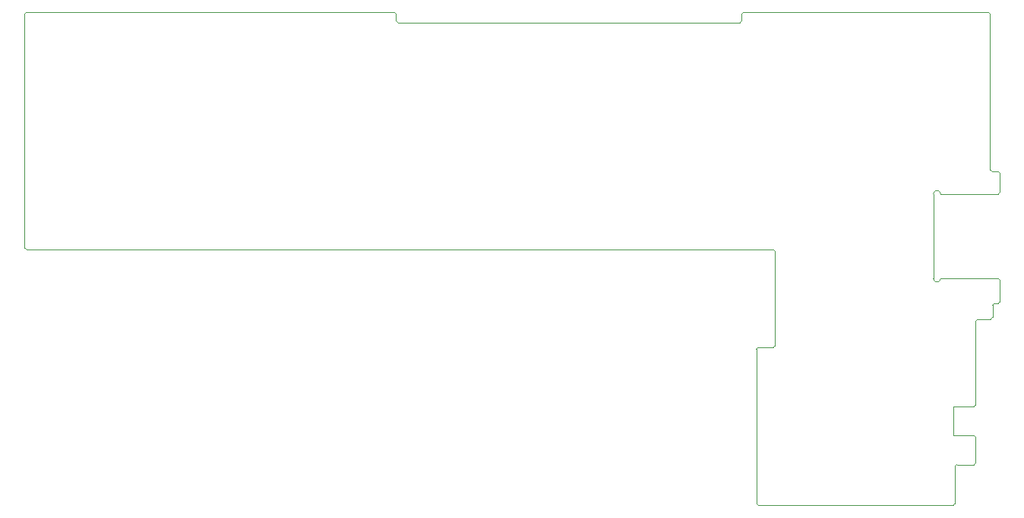
<source format=gbr>
%TF.GenerationSoftware,KiCad,Pcbnew,(7.0.0)*%
%TF.CreationDate,2023-03-12T01:47:04+01:00*%
%TF.ProjectId,g&w,6726772e-6b69-4636-9164-5f7063625858,rev?*%
%TF.SameCoordinates,Original*%
%TF.FileFunction,Profile,NP*%
%FSLAX46Y46*%
G04 Gerber Fmt 4.6, Leading zero omitted, Abs format (unit mm)*
G04 Created by KiCad (PCBNEW (7.0.0)) date 2023-03-12 01:47:04*
%MOMM*%
%LPD*%
G01*
G04 APERTURE LIST*
%TA.AperFunction,Profile*%
%ADD10C,0.050000*%
%TD*%
G04 APERTURE END LIST*
D10*
X176850000Y-79250000D02*
G75*
G03*
X176650000Y-79450000I0J-200000D01*
G01*
X204350000Y-79450000D02*
G75*
G03*
X204150000Y-79250000I-200000J0D01*
G01*
X204350000Y-96800000D02*
G75*
G03*
X204550000Y-97000000I200000J0D01*
G01*
X205450000Y-97200000D02*
G75*
G03*
X205250000Y-97000000I-200000J0D01*
G01*
X205250000Y-99530000D02*
G75*
G03*
X205450000Y-99330000I0J200000D01*
G01*
X205450000Y-109170000D02*
G75*
G03*
X205250000Y-108970000I-200000J0D01*
G01*
X205250000Y-111750000D02*
G75*
G03*
X205450000Y-111550000I0J200000D01*
G01*
X204450000Y-113500000D02*
G75*
G03*
X204650000Y-113300000I0J200000D01*
G01*
X204850000Y-111750000D02*
G75*
G03*
X204650000Y-111950000I0J-200000D01*
G01*
X202950000Y-113500000D02*
G75*
G03*
X202750000Y-113700000I0J-200000D01*
G01*
X202550000Y-123250000D02*
G75*
G03*
X202750000Y-123050000I0J200000D01*
G01*
X202750000Y-126650000D02*
G75*
G03*
X202550000Y-126450000I-200000J0D01*
G01*
X202550000Y-129750000D02*
G75*
G03*
X202750000Y-129550000I0J200000D01*
G01*
X200650000Y-129750000D02*
G75*
G03*
X200450000Y-129950000I0J-200000D01*
G01*
X200250000Y-134300000D02*
G75*
G03*
X200450000Y-134100000I0J200000D01*
G01*
X178300000Y-134100000D02*
G75*
G03*
X178500000Y-134300000I200000J0D01*
G01*
X178500000Y-116650000D02*
G75*
G03*
X178300000Y-116850000I0J-200000D01*
G01*
X180200000Y-116650000D02*
G75*
G03*
X180400000Y-116450000I0J200000D01*
G01*
X180400000Y-105950000D02*
G75*
G03*
X180200000Y-105750000I-200000J0D01*
G01*
X96750000Y-105550000D02*
G75*
G03*
X96950000Y-105750000I200000J0D01*
G01*
X96950000Y-79250000D02*
G75*
G03*
X96750000Y-79450000I0J-200000D01*
G01*
X138150000Y-80200000D02*
G75*
G03*
X138350000Y-80400000I200000J0D01*
G01*
X138150000Y-79450000D02*
G75*
G03*
X137950000Y-79250000I-200000J0D01*
G01*
X198050000Y-108970000D02*
G75*
G03*
X198850000Y-108970000I400000J0D01*
G01*
X138150000Y-80200000D02*
X138150000Y-79450000D01*
X200250000Y-123250000D02*
X202550000Y-123250000D01*
X176450000Y-80400000D02*
G75*
G03*
X176650000Y-80200000I0J200000D01*
G01*
X200250000Y-126450000D02*
X200250000Y-123250000D01*
X202950000Y-113500000D02*
X204450000Y-113500000D01*
X176650000Y-79450000D02*
X176650000Y-80200000D01*
X200450000Y-134100000D02*
X200450000Y-129950000D01*
X205250000Y-97000000D02*
X204550000Y-97000000D01*
X202550000Y-126450000D02*
X200250000Y-126450000D01*
X96950000Y-105750000D02*
X180200000Y-105750000D01*
X176450000Y-80400000D02*
X138350000Y-80400000D01*
X137950000Y-79250000D02*
X96950000Y-79250000D01*
X204650000Y-113300000D02*
X204650000Y-111950000D01*
X178300000Y-116850000D02*
X178300000Y-134100000D01*
X204150000Y-79250000D02*
X176850000Y-79250000D01*
X204350000Y-96800000D02*
X204350000Y-79450000D01*
X178500000Y-134300000D02*
X200250000Y-134300000D01*
X202750000Y-123050000D02*
X202750000Y-113700000D01*
X96750000Y-79450000D02*
X96750000Y-105550000D01*
X205250000Y-108970000D02*
X198850000Y-108970000D01*
X202750000Y-129550000D02*
X202750000Y-126650000D01*
X198850000Y-99530000D02*
X205250000Y-99530000D01*
X198050000Y-108970000D02*
X198050000Y-99530000D01*
X204850000Y-111750000D02*
X205250000Y-111750000D01*
X180200000Y-116650000D02*
X178500000Y-116650000D01*
X180400000Y-105950000D02*
X180400000Y-116450000D01*
X198850000Y-99530000D02*
G75*
G03*
X198050000Y-99530000I-400000J0D01*
G01*
X200650000Y-129750000D02*
X202550000Y-129750000D01*
X205450000Y-99330000D02*
X205450000Y-97200000D01*
X205450000Y-111550000D02*
X205450000Y-109170000D01*
M02*

</source>
